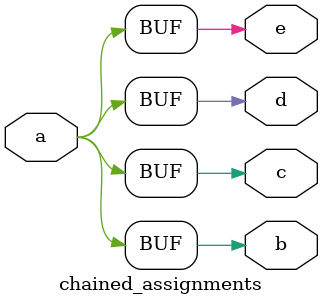
<source format=sv>
module chained_assignments (
  input  logic a,
  output logic b,
  output logic c,
  output logic d,
  output logic e
);
  
  // Chain: a -> b -> c -> d -> e
  assign b = a;
  assign c = b;
  assign d = c;
  assign e = d;
  
  // e transitively depends on: a, b, c, d
  
endmodule


</source>
